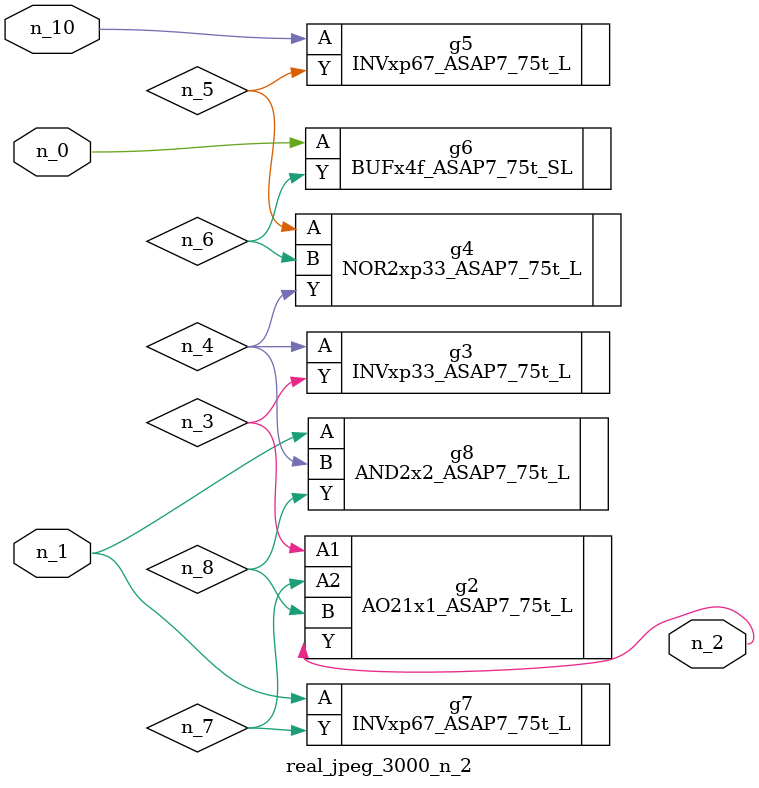
<source format=v>
module real_jpeg_3000_n_2 (n_1, n_10, n_0, n_2);

input n_1;
input n_10;
input n_0;

output n_2;

wire n_5;
wire n_4;
wire n_8;
wire n_6;
wire n_7;
wire n_3;

BUFx4f_ASAP7_75t_SL g6 ( 
.A(n_0),
.Y(n_6)
);

INVxp67_ASAP7_75t_L g7 ( 
.A(n_1),
.Y(n_7)
);

AND2x2_ASAP7_75t_L g8 ( 
.A(n_1),
.B(n_4),
.Y(n_8)
);

AO21x1_ASAP7_75t_L g2 ( 
.A1(n_3),
.A2(n_7),
.B(n_8),
.Y(n_2)
);

INVxp33_ASAP7_75t_L g3 ( 
.A(n_4),
.Y(n_3)
);

NOR2xp33_ASAP7_75t_L g4 ( 
.A(n_5),
.B(n_6),
.Y(n_4)
);

INVxp67_ASAP7_75t_L g5 ( 
.A(n_10),
.Y(n_5)
);


endmodule
</source>
